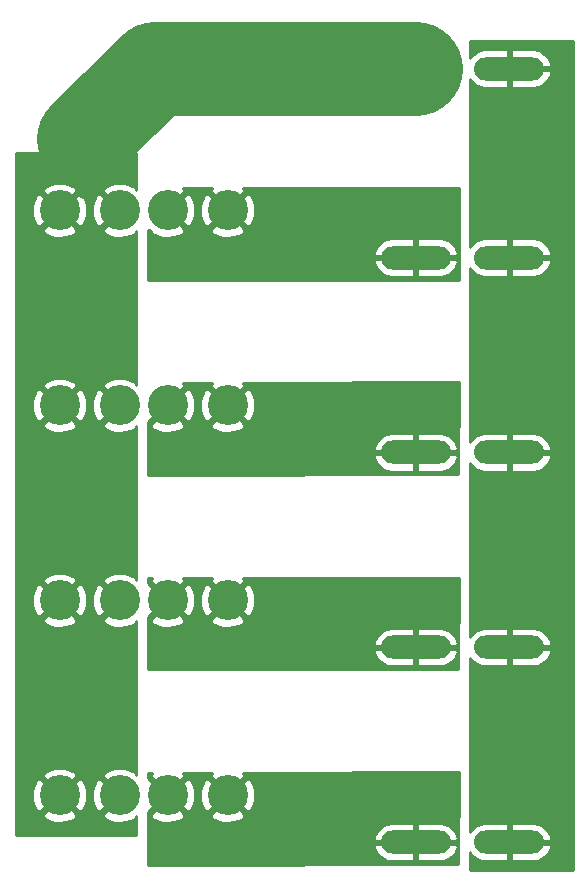
<source format=gbr>
G04 #@! TF.GenerationSoftware,KiCad,Pcbnew,5.1.5-52549c5~84~ubuntu18.04.1*
G04 #@! TF.CreationDate,2020-02-24T22:59:15-07:00*
G04 #@! TF.ProjectId,anderson_fuse_board,616e6465-7273-46f6-9e5f-667573655f62,rev?*
G04 #@! TF.SameCoordinates,Original*
G04 #@! TF.FileFunction,Copper,L1,Top*
G04 #@! TF.FilePolarity,Positive*
%FSLAX46Y46*%
G04 Gerber Fmt 4.6, Leading zero omitted, Abs format (unit mm)*
G04 Created by KiCad (PCBNEW 5.1.5-52549c5~84~ubuntu18.04.1) date 2020-02-24 22:59:15*
%MOMM*%
%LPD*%
G04 APERTURE LIST*
%ADD10O,5.930000X1.970000*%
%ADD11C,3.400000*%
%ADD12C,8.000000*%
%ADD13C,1.000000*%
%ADD14C,0.254000*%
G04 APERTURE END LIST*
D10*
X115950000Y-138500000D03*
X108050000Y-138500000D03*
X115950000Y-122000000D03*
X108050000Y-122000000D03*
X115950000Y-105500000D03*
X108050000Y-105500000D03*
X115950000Y-89000000D03*
X108050000Y-89000000D03*
X115950000Y-73000000D03*
X108050000Y-73000000D03*
D11*
X92110000Y-134530000D03*
X77890000Y-134530000D03*
X87030000Y-134530000D03*
X82970000Y-134530000D03*
X92110000Y-118020000D03*
X77890000Y-118020000D03*
X87030000Y-118020000D03*
X82970000Y-118020000D03*
X92110000Y-101510000D03*
X77890000Y-101510000D03*
X87030000Y-101510000D03*
X82970000Y-101510000D03*
X92110000Y-85000000D03*
X77890000Y-85000000D03*
X87030000Y-85000000D03*
X82970000Y-85000000D03*
D12*
X108050000Y-73000000D02*
X86000000Y-73000000D01*
X86000000Y-73000000D02*
X80000000Y-79000000D01*
D13*
X80000000Y-79000000D02*
X80000000Y-83500000D01*
D14*
G36*
X84373000Y-83270021D02*
G01*
X84244352Y-83029940D01*
X83835526Y-82819180D01*
X83393438Y-82692228D01*
X82935078Y-82653963D01*
X82478060Y-82705854D01*
X82039947Y-82845908D01*
X81695648Y-83029940D01*
X81515582Y-83365977D01*
X82970000Y-84820395D01*
X82984143Y-84806253D01*
X83163748Y-84985858D01*
X83149605Y-85000000D01*
X83163748Y-85014143D01*
X82984143Y-85193748D01*
X82970000Y-85179605D01*
X81515582Y-86634023D01*
X81695648Y-86970060D01*
X82104474Y-87180820D01*
X82546562Y-87307772D01*
X83004922Y-87346037D01*
X83461940Y-87294146D01*
X83900053Y-87154092D01*
X84244352Y-86970060D01*
X84373000Y-86729979D01*
X84373000Y-99780021D01*
X84244352Y-99539940D01*
X83835526Y-99329180D01*
X83393438Y-99202228D01*
X82935078Y-99163963D01*
X82478060Y-99215854D01*
X82039947Y-99355908D01*
X81695648Y-99539940D01*
X81515582Y-99875977D01*
X82970000Y-101330395D01*
X82984143Y-101316253D01*
X83163748Y-101495858D01*
X83149605Y-101510000D01*
X83163748Y-101524143D01*
X82984143Y-101703748D01*
X82970000Y-101689605D01*
X81515582Y-103144023D01*
X81695648Y-103480060D01*
X82104474Y-103690820D01*
X82546562Y-103817772D01*
X83004922Y-103856037D01*
X83461940Y-103804146D01*
X83900053Y-103664092D01*
X84244352Y-103480060D01*
X84373000Y-103239979D01*
X84373000Y-116290021D01*
X84244352Y-116049940D01*
X83835526Y-115839180D01*
X83393438Y-115712228D01*
X82935078Y-115673963D01*
X82478060Y-115725854D01*
X82039947Y-115865908D01*
X81695648Y-116049940D01*
X81515582Y-116385977D01*
X82970000Y-117840395D01*
X82984143Y-117826253D01*
X83163748Y-118005858D01*
X83149605Y-118020000D01*
X83163748Y-118034143D01*
X82984143Y-118213748D01*
X82970000Y-118199605D01*
X81515582Y-119654023D01*
X81695648Y-119990060D01*
X82104474Y-120200820D01*
X82546562Y-120327772D01*
X83004922Y-120366037D01*
X83461940Y-120314146D01*
X83900053Y-120174092D01*
X84244352Y-119990060D01*
X84373000Y-119749979D01*
X84373000Y-132800021D01*
X84244352Y-132559940D01*
X83835526Y-132349180D01*
X83393438Y-132222228D01*
X82935078Y-132183963D01*
X82478060Y-132235854D01*
X82039947Y-132375908D01*
X81695648Y-132559940D01*
X81515582Y-132895977D01*
X82970000Y-134350395D01*
X82984143Y-134336253D01*
X83163748Y-134515858D01*
X83149605Y-134530000D01*
X83163748Y-134544143D01*
X82984143Y-134723748D01*
X82970000Y-134709605D01*
X81515582Y-136164023D01*
X81695648Y-136500060D01*
X82104474Y-136710820D01*
X82546562Y-136837772D01*
X83004922Y-136876037D01*
X83461940Y-136824146D01*
X83900053Y-136684092D01*
X84244352Y-136500060D01*
X84373000Y-136259979D01*
X84373000Y-137873000D01*
X74160000Y-137873000D01*
X74160000Y-136164023D01*
X76435582Y-136164023D01*
X76615648Y-136500060D01*
X77024474Y-136710820D01*
X77466562Y-136837772D01*
X77924922Y-136876037D01*
X78381940Y-136824146D01*
X78820053Y-136684092D01*
X79164352Y-136500060D01*
X79344418Y-136164023D01*
X77890000Y-134709605D01*
X76435582Y-136164023D01*
X74160000Y-136164023D01*
X74160000Y-134564922D01*
X75543963Y-134564922D01*
X75595854Y-135021940D01*
X75735908Y-135460053D01*
X75919940Y-135804352D01*
X76255977Y-135984418D01*
X77710395Y-134530000D01*
X78069605Y-134530000D01*
X79524023Y-135984418D01*
X79860060Y-135804352D01*
X80070820Y-135395526D01*
X80197772Y-134953438D01*
X80230206Y-134564922D01*
X80623963Y-134564922D01*
X80675854Y-135021940D01*
X80815908Y-135460053D01*
X80999940Y-135804352D01*
X81335977Y-135984418D01*
X82790395Y-134530000D01*
X81335977Y-133075582D01*
X80999940Y-133255648D01*
X80789180Y-133664474D01*
X80662228Y-134106562D01*
X80623963Y-134564922D01*
X80230206Y-134564922D01*
X80236037Y-134495078D01*
X80184146Y-134038060D01*
X80044092Y-133599947D01*
X79860060Y-133255648D01*
X79524023Y-133075582D01*
X78069605Y-134530000D01*
X77710395Y-134530000D01*
X76255977Y-133075582D01*
X75919940Y-133255648D01*
X75709180Y-133664474D01*
X75582228Y-134106562D01*
X75543963Y-134564922D01*
X74160000Y-134564922D01*
X74160000Y-132895977D01*
X76435582Y-132895977D01*
X77890000Y-134350395D01*
X79344418Y-132895977D01*
X79164352Y-132559940D01*
X78755526Y-132349180D01*
X78313438Y-132222228D01*
X77855078Y-132183963D01*
X77398060Y-132235854D01*
X76959947Y-132375908D01*
X76615648Y-132559940D01*
X76435582Y-132895977D01*
X74160000Y-132895977D01*
X74160000Y-119654023D01*
X76435582Y-119654023D01*
X76615648Y-119990060D01*
X77024474Y-120200820D01*
X77466562Y-120327772D01*
X77924922Y-120366037D01*
X78381940Y-120314146D01*
X78820053Y-120174092D01*
X79164352Y-119990060D01*
X79344418Y-119654023D01*
X77890000Y-118199605D01*
X76435582Y-119654023D01*
X74160000Y-119654023D01*
X74160000Y-118054922D01*
X75543963Y-118054922D01*
X75595854Y-118511940D01*
X75735908Y-118950053D01*
X75919940Y-119294352D01*
X76255977Y-119474418D01*
X77710395Y-118020000D01*
X78069605Y-118020000D01*
X79524023Y-119474418D01*
X79860060Y-119294352D01*
X80070820Y-118885526D01*
X80197772Y-118443438D01*
X80230206Y-118054922D01*
X80623963Y-118054922D01*
X80675854Y-118511940D01*
X80815908Y-118950053D01*
X80999940Y-119294352D01*
X81335977Y-119474418D01*
X82790395Y-118020000D01*
X81335977Y-116565582D01*
X80999940Y-116745648D01*
X80789180Y-117154474D01*
X80662228Y-117596562D01*
X80623963Y-118054922D01*
X80230206Y-118054922D01*
X80236037Y-117985078D01*
X80184146Y-117528060D01*
X80044092Y-117089947D01*
X79860060Y-116745648D01*
X79524023Y-116565582D01*
X78069605Y-118020000D01*
X77710395Y-118020000D01*
X76255977Y-116565582D01*
X75919940Y-116745648D01*
X75709180Y-117154474D01*
X75582228Y-117596562D01*
X75543963Y-118054922D01*
X74160000Y-118054922D01*
X74160000Y-116385977D01*
X76435582Y-116385977D01*
X77890000Y-117840395D01*
X79344418Y-116385977D01*
X79164352Y-116049940D01*
X78755526Y-115839180D01*
X78313438Y-115712228D01*
X77855078Y-115673963D01*
X77398060Y-115725854D01*
X76959947Y-115865908D01*
X76615648Y-116049940D01*
X76435582Y-116385977D01*
X74160000Y-116385977D01*
X74160000Y-103144023D01*
X76435582Y-103144023D01*
X76615648Y-103480060D01*
X77024474Y-103690820D01*
X77466562Y-103817772D01*
X77924922Y-103856037D01*
X78381940Y-103804146D01*
X78820053Y-103664092D01*
X79164352Y-103480060D01*
X79344418Y-103144023D01*
X77890000Y-101689605D01*
X76435582Y-103144023D01*
X74160000Y-103144023D01*
X74160000Y-101544922D01*
X75543963Y-101544922D01*
X75595854Y-102001940D01*
X75735908Y-102440053D01*
X75919940Y-102784352D01*
X76255977Y-102964418D01*
X77710395Y-101510000D01*
X78069605Y-101510000D01*
X79524023Y-102964418D01*
X79860060Y-102784352D01*
X80070820Y-102375526D01*
X80197772Y-101933438D01*
X80230206Y-101544922D01*
X80623963Y-101544922D01*
X80675854Y-102001940D01*
X80815908Y-102440053D01*
X80999940Y-102784352D01*
X81335977Y-102964418D01*
X82790395Y-101510000D01*
X81335977Y-100055582D01*
X80999940Y-100235648D01*
X80789180Y-100644474D01*
X80662228Y-101086562D01*
X80623963Y-101544922D01*
X80230206Y-101544922D01*
X80236037Y-101475078D01*
X80184146Y-101018060D01*
X80044092Y-100579947D01*
X79860060Y-100235648D01*
X79524023Y-100055582D01*
X78069605Y-101510000D01*
X77710395Y-101510000D01*
X76255977Y-100055582D01*
X75919940Y-100235648D01*
X75709180Y-100644474D01*
X75582228Y-101086562D01*
X75543963Y-101544922D01*
X74160000Y-101544922D01*
X74160000Y-99875977D01*
X76435582Y-99875977D01*
X77890000Y-101330395D01*
X79344418Y-99875977D01*
X79164352Y-99539940D01*
X78755526Y-99329180D01*
X78313438Y-99202228D01*
X77855078Y-99163963D01*
X77398060Y-99215854D01*
X76959947Y-99355908D01*
X76615648Y-99539940D01*
X76435582Y-99875977D01*
X74160000Y-99875977D01*
X74160000Y-86634023D01*
X76435582Y-86634023D01*
X76615648Y-86970060D01*
X77024474Y-87180820D01*
X77466562Y-87307772D01*
X77924922Y-87346037D01*
X78381940Y-87294146D01*
X78820053Y-87154092D01*
X79164352Y-86970060D01*
X79344418Y-86634023D01*
X77890000Y-85179605D01*
X76435582Y-86634023D01*
X74160000Y-86634023D01*
X74160000Y-85034922D01*
X75543963Y-85034922D01*
X75595854Y-85491940D01*
X75735908Y-85930053D01*
X75919940Y-86274352D01*
X76255977Y-86454418D01*
X77710395Y-85000000D01*
X78069605Y-85000000D01*
X79524023Y-86454418D01*
X79860060Y-86274352D01*
X80070820Y-85865526D01*
X80197772Y-85423438D01*
X80230206Y-85034922D01*
X80623963Y-85034922D01*
X80675854Y-85491940D01*
X80815908Y-85930053D01*
X80999940Y-86274352D01*
X81335977Y-86454418D01*
X82790395Y-85000000D01*
X81335977Y-83545582D01*
X80999940Y-83725648D01*
X80789180Y-84134474D01*
X80662228Y-84576562D01*
X80623963Y-85034922D01*
X80230206Y-85034922D01*
X80236037Y-84965078D01*
X80184146Y-84508060D01*
X80044092Y-84069947D01*
X79860060Y-83725648D01*
X79524023Y-83545582D01*
X78069605Y-85000000D01*
X77710395Y-85000000D01*
X76255977Y-83545582D01*
X75919940Y-83725648D01*
X75709180Y-84134474D01*
X75582228Y-84576562D01*
X75543963Y-85034922D01*
X74160000Y-85034922D01*
X74160000Y-83365977D01*
X76435582Y-83365977D01*
X77890000Y-84820395D01*
X79344418Y-83365977D01*
X79164352Y-83029940D01*
X78755526Y-82819180D01*
X78313438Y-82692228D01*
X77855078Y-82653963D01*
X77398060Y-82705854D01*
X76959947Y-82845908D01*
X76615648Y-83029940D01*
X76435582Y-83365977D01*
X74160000Y-83365977D01*
X74160000Y-80127000D01*
X84373000Y-80127000D01*
X84373000Y-83270021D01*
G37*
X84373000Y-83270021D02*
X84244352Y-83029940D01*
X83835526Y-82819180D01*
X83393438Y-82692228D01*
X82935078Y-82653963D01*
X82478060Y-82705854D01*
X82039947Y-82845908D01*
X81695648Y-83029940D01*
X81515582Y-83365977D01*
X82970000Y-84820395D01*
X82984143Y-84806253D01*
X83163748Y-84985858D01*
X83149605Y-85000000D01*
X83163748Y-85014143D01*
X82984143Y-85193748D01*
X82970000Y-85179605D01*
X81515582Y-86634023D01*
X81695648Y-86970060D01*
X82104474Y-87180820D01*
X82546562Y-87307772D01*
X83004922Y-87346037D01*
X83461940Y-87294146D01*
X83900053Y-87154092D01*
X84244352Y-86970060D01*
X84373000Y-86729979D01*
X84373000Y-99780021D01*
X84244352Y-99539940D01*
X83835526Y-99329180D01*
X83393438Y-99202228D01*
X82935078Y-99163963D01*
X82478060Y-99215854D01*
X82039947Y-99355908D01*
X81695648Y-99539940D01*
X81515582Y-99875977D01*
X82970000Y-101330395D01*
X82984143Y-101316253D01*
X83163748Y-101495858D01*
X83149605Y-101510000D01*
X83163748Y-101524143D01*
X82984143Y-101703748D01*
X82970000Y-101689605D01*
X81515582Y-103144023D01*
X81695648Y-103480060D01*
X82104474Y-103690820D01*
X82546562Y-103817772D01*
X83004922Y-103856037D01*
X83461940Y-103804146D01*
X83900053Y-103664092D01*
X84244352Y-103480060D01*
X84373000Y-103239979D01*
X84373000Y-116290021D01*
X84244352Y-116049940D01*
X83835526Y-115839180D01*
X83393438Y-115712228D01*
X82935078Y-115673963D01*
X82478060Y-115725854D01*
X82039947Y-115865908D01*
X81695648Y-116049940D01*
X81515582Y-116385977D01*
X82970000Y-117840395D01*
X82984143Y-117826253D01*
X83163748Y-118005858D01*
X83149605Y-118020000D01*
X83163748Y-118034143D01*
X82984143Y-118213748D01*
X82970000Y-118199605D01*
X81515582Y-119654023D01*
X81695648Y-119990060D01*
X82104474Y-120200820D01*
X82546562Y-120327772D01*
X83004922Y-120366037D01*
X83461940Y-120314146D01*
X83900053Y-120174092D01*
X84244352Y-119990060D01*
X84373000Y-119749979D01*
X84373000Y-132800021D01*
X84244352Y-132559940D01*
X83835526Y-132349180D01*
X83393438Y-132222228D01*
X82935078Y-132183963D01*
X82478060Y-132235854D01*
X82039947Y-132375908D01*
X81695648Y-132559940D01*
X81515582Y-132895977D01*
X82970000Y-134350395D01*
X82984143Y-134336253D01*
X83163748Y-134515858D01*
X83149605Y-134530000D01*
X83163748Y-134544143D01*
X82984143Y-134723748D01*
X82970000Y-134709605D01*
X81515582Y-136164023D01*
X81695648Y-136500060D01*
X82104474Y-136710820D01*
X82546562Y-136837772D01*
X83004922Y-136876037D01*
X83461940Y-136824146D01*
X83900053Y-136684092D01*
X84244352Y-136500060D01*
X84373000Y-136259979D01*
X84373000Y-137873000D01*
X74160000Y-137873000D01*
X74160000Y-136164023D01*
X76435582Y-136164023D01*
X76615648Y-136500060D01*
X77024474Y-136710820D01*
X77466562Y-136837772D01*
X77924922Y-136876037D01*
X78381940Y-136824146D01*
X78820053Y-136684092D01*
X79164352Y-136500060D01*
X79344418Y-136164023D01*
X77890000Y-134709605D01*
X76435582Y-136164023D01*
X74160000Y-136164023D01*
X74160000Y-134564922D01*
X75543963Y-134564922D01*
X75595854Y-135021940D01*
X75735908Y-135460053D01*
X75919940Y-135804352D01*
X76255977Y-135984418D01*
X77710395Y-134530000D01*
X78069605Y-134530000D01*
X79524023Y-135984418D01*
X79860060Y-135804352D01*
X80070820Y-135395526D01*
X80197772Y-134953438D01*
X80230206Y-134564922D01*
X80623963Y-134564922D01*
X80675854Y-135021940D01*
X80815908Y-135460053D01*
X80999940Y-135804352D01*
X81335977Y-135984418D01*
X82790395Y-134530000D01*
X81335977Y-133075582D01*
X80999940Y-133255648D01*
X80789180Y-133664474D01*
X80662228Y-134106562D01*
X80623963Y-134564922D01*
X80230206Y-134564922D01*
X80236037Y-134495078D01*
X80184146Y-134038060D01*
X80044092Y-133599947D01*
X79860060Y-133255648D01*
X79524023Y-133075582D01*
X78069605Y-134530000D01*
X77710395Y-134530000D01*
X76255977Y-133075582D01*
X75919940Y-133255648D01*
X75709180Y-133664474D01*
X75582228Y-134106562D01*
X75543963Y-134564922D01*
X74160000Y-134564922D01*
X74160000Y-132895977D01*
X76435582Y-132895977D01*
X77890000Y-134350395D01*
X79344418Y-132895977D01*
X79164352Y-132559940D01*
X78755526Y-132349180D01*
X78313438Y-132222228D01*
X77855078Y-132183963D01*
X77398060Y-132235854D01*
X76959947Y-132375908D01*
X76615648Y-132559940D01*
X76435582Y-132895977D01*
X74160000Y-132895977D01*
X74160000Y-119654023D01*
X76435582Y-119654023D01*
X76615648Y-119990060D01*
X77024474Y-120200820D01*
X77466562Y-120327772D01*
X77924922Y-120366037D01*
X78381940Y-120314146D01*
X78820053Y-120174092D01*
X79164352Y-119990060D01*
X79344418Y-119654023D01*
X77890000Y-118199605D01*
X76435582Y-119654023D01*
X74160000Y-119654023D01*
X74160000Y-118054922D01*
X75543963Y-118054922D01*
X75595854Y-118511940D01*
X75735908Y-118950053D01*
X75919940Y-119294352D01*
X76255977Y-119474418D01*
X77710395Y-118020000D01*
X78069605Y-118020000D01*
X79524023Y-119474418D01*
X79860060Y-119294352D01*
X80070820Y-118885526D01*
X80197772Y-118443438D01*
X80230206Y-118054922D01*
X80623963Y-118054922D01*
X80675854Y-118511940D01*
X80815908Y-118950053D01*
X80999940Y-119294352D01*
X81335977Y-119474418D01*
X82790395Y-118020000D01*
X81335977Y-116565582D01*
X80999940Y-116745648D01*
X80789180Y-117154474D01*
X80662228Y-117596562D01*
X80623963Y-118054922D01*
X80230206Y-118054922D01*
X80236037Y-117985078D01*
X80184146Y-117528060D01*
X80044092Y-117089947D01*
X79860060Y-116745648D01*
X79524023Y-116565582D01*
X78069605Y-118020000D01*
X77710395Y-118020000D01*
X76255977Y-116565582D01*
X75919940Y-116745648D01*
X75709180Y-117154474D01*
X75582228Y-117596562D01*
X75543963Y-118054922D01*
X74160000Y-118054922D01*
X74160000Y-116385977D01*
X76435582Y-116385977D01*
X77890000Y-117840395D01*
X79344418Y-116385977D01*
X79164352Y-116049940D01*
X78755526Y-115839180D01*
X78313438Y-115712228D01*
X77855078Y-115673963D01*
X77398060Y-115725854D01*
X76959947Y-115865908D01*
X76615648Y-116049940D01*
X76435582Y-116385977D01*
X74160000Y-116385977D01*
X74160000Y-103144023D01*
X76435582Y-103144023D01*
X76615648Y-103480060D01*
X77024474Y-103690820D01*
X77466562Y-103817772D01*
X77924922Y-103856037D01*
X78381940Y-103804146D01*
X78820053Y-103664092D01*
X79164352Y-103480060D01*
X79344418Y-103144023D01*
X77890000Y-101689605D01*
X76435582Y-103144023D01*
X74160000Y-103144023D01*
X74160000Y-101544922D01*
X75543963Y-101544922D01*
X75595854Y-102001940D01*
X75735908Y-102440053D01*
X75919940Y-102784352D01*
X76255977Y-102964418D01*
X77710395Y-101510000D01*
X78069605Y-101510000D01*
X79524023Y-102964418D01*
X79860060Y-102784352D01*
X80070820Y-102375526D01*
X80197772Y-101933438D01*
X80230206Y-101544922D01*
X80623963Y-101544922D01*
X80675854Y-102001940D01*
X80815908Y-102440053D01*
X80999940Y-102784352D01*
X81335977Y-102964418D01*
X82790395Y-101510000D01*
X81335977Y-100055582D01*
X80999940Y-100235648D01*
X80789180Y-100644474D01*
X80662228Y-101086562D01*
X80623963Y-101544922D01*
X80230206Y-101544922D01*
X80236037Y-101475078D01*
X80184146Y-101018060D01*
X80044092Y-100579947D01*
X79860060Y-100235648D01*
X79524023Y-100055582D01*
X78069605Y-101510000D01*
X77710395Y-101510000D01*
X76255977Y-100055582D01*
X75919940Y-100235648D01*
X75709180Y-100644474D01*
X75582228Y-101086562D01*
X75543963Y-101544922D01*
X74160000Y-101544922D01*
X74160000Y-99875977D01*
X76435582Y-99875977D01*
X77890000Y-101330395D01*
X79344418Y-99875977D01*
X79164352Y-99539940D01*
X78755526Y-99329180D01*
X78313438Y-99202228D01*
X77855078Y-99163963D01*
X77398060Y-99215854D01*
X76959947Y-99355908D01*
X76615648Y-99539940D01*
X76435582Y-99875977D01*
X74160000Y-99875977D01*
X74160000Y-86634023D01*
X76435582Y-86634023D01*
X76615648Y-86970060D01*
X77024474Y-87180820D01*
X77466562Y-87307772D01*
X77924922Y-87346037D01*
X78381940Y-87294146D01*
X78820053Y-87154092D01*
X79164352Y-86970060D01*
X79344418Y-86634023D01*
X77890000Y-85179605D01*
X76435582Y-86634023D01*
X74160000Y-86634023D01*
X74160000Y-85034922D01*
X75543963Y-85034922D01*
X75595854Y-85491940D01*
X75735908Y-85930053D01*
X75919940Y-86274352D01*
X76255977Y-86454418D01*
X77710395Y-85000000D01*
X78069605Y-85000000D01*
X79524023Y-86454418D01*
X79860060Y-86274352D01*
X80070820Y-85865526D01*
X80197772Y-85423438D01*
X80230206Y-85034922D01*
X80623963Y-85034922D01*
X80675854Y-85491940D01*
X80815908Y-85930053D01*
X80999940Y-86274352D01*
X81335977Y-86454418D01*
X82790395Y-85000000D01*
X81335977Y-83545582D01*
X80999940Y-83725648D01*
X80789180Y-84134474D01*
X80662228Y-84576562D01*
X80623963Y-85034922D01*
X80230206Y-85034922D01*
X80236037Y-84965078D01*
X80184146Y-84508060D01*
X80044092Y-84069947D01*
X79860060Y-83725648D01*
X79524023Y-83545582D01*
X78069605Y-85000000D01*
X77710395Y-85000000D01*
X76255977Y-83545582D01*
X75919940Y-83725648D01*
X75709180Y-84134474D01*
X75582228Y-84576562D01*
X75543963Y-85034922D01*
X74160000Y-85034922D01*
X74160000Y-83365977D01*
X76435582Y-83365977D01*
X77890000Y-84820395D01*
X79344418Y-83365977D01*
X79164352Y-83029940D01*
X78755526Y-82819180D01*
X78313438Y-82692228D01*
X77855078Y-82653963D01*
X77398060Y-82705854D01*
X76959947Y-82845908D01*
X76615648Y-83029940D01*
X76435582Y-83365977D01*
X74160000Y-83365977D01*
X74160000Y-80127000D01*
X84373000Y-80127000D01*
X84373000Y-83270021D01*
G36*
X90655582Y-83365977D02*
G01*
X92110000Y-84820395D01*
X93564418Y-83365977D01*
X93436362Y-83127000D01*
X111673000Y-83127000D01*
X111673000Y-90873000D01*
X85377000Y-90873000D01*
X85377000Y-89378080D01*
X104494737Y-89378080D01*
X104524714Y-89502614D01*
X104652461Y-89794427D01*
X104834684Y-90055710D01*
X105064379Y-90276423D01*
X105332720Y-90448084D01*
X105629394Y-90564096D01*
X105943000Y-90620000D01*
X107923000Y-90620000D01*
X107923000Y-89127000D01*
X108177000Y-89127000D01*
X108177000Y-90620000D01*
X110157000Y-90620000D01*
X110470606Y-90564096D01*
X110767280Y-90448084D01*
X111035621Y-90276423D01*
X111265316Y-90055710D01*
X111447539Y-89794427D01*
X111575286Y-89502614D01*
X111605263Y-89378080D01*
X111485721Y-89127000D01*
X108177000Y-89127000D01*
X107923000Y-89127000D01*
X104614279Y-89127000D01*
X104494737Y-89378080D01*
X85377000Y-89378080D01*
X85377000Y-88621920D01*
X104494737Y-88621920D01*
X104614279Y-88873000D01*
X107923000Y-88873000D01*
X107923000Y-87380000D01*
X108177000Y-87380000D01*
X108177000Y-88873000D01*
X111485721Y-88873000D01*
X111605263Y-88621920D01*
X111575286Y-88497386D01*
X111447539Y-88205573D01*
X111265316Y-87944290D01*
X111035621Y-87723577D01*
X110767280Y-87551916D01*
X110470606Y-87435904D01*
X110157000Y-87380000D01*
X108177000Y-87380000D01*
X107923000Y-87380000D01*
X105943000Y-87380000D01*
X105629394Y-87435904D01*
X105332720Y-87551916D01*
X105064379Y-87723577D01*
X104834684Y-87944290D01*
X104652461Y-88205573D01*
X104524714Y-88497386D01*
X104494737Y-88621920D01*
X85377000Y-88621920D01*
X85377000Y-86664298D01*
X85461155Y-86748453D01*
X85575583Y-86634025D01*
X85755648Y-86970060D01*
X86164474Y-87180820D01*
X86606562Y-87307772D01*
X87064922Y-87346037D01*
X87521940Y-87294146D01*
X87960053Y-87154092D01*
X88304352Y-86970060D01*
X88484418Y-86634023D01*
X90655582Y-86634023D01*
X90835648Y-86970060D01*
X91244474Y-87180820D01*
X91686562Y-87307772D01*
X92144922Y-87346037D01*
X92601940Y-87294146D01*
X93040053Y-87154092D01*
X93384352Y-86970060D01*
X93564418Y-86634023D01*
X92110000Y-85179605D01*
X90655582Y-86634023D01*
X88484418Y-86634023D01*
X87030000Y-85179605D01*
X87015858Y-85193748D01*
X86836253Y-85014143D01*
X86850395Y-85000000D01*
X87209605Y-85000000D01*
X88664023Y-86454418D01*
X89000060Y-86274352D01*
X89210820Y-85865526D01*
X89337772Y-85423438D01*
X89370206Y-85034922D01*
X89763963Y-85034922D01*
X89815854Y-85491940D01*
X89955908Y-85930053D01*
X90139940Y-86274352D01*
X90475977Y-86454418D01*
X91930395Y-85000000D01*
X92289605Y-85000000D01*
X93744023Y-86454418D01*
X94080060Y-86274352D01*
X94290820Y-85865526D01*
X94417772Y-85423438D01*
X94456037Y-84965078D01*
X94404146Y-84508060D01*
X94264092Y-84069947D01*
X94080060Y-83725648D01*
X93744023Y-83545582D01*
X92289605Y-85000000D01*
X91930395Y-85000000D01*
X90475977Y-83545582D01*
X90139940Y-83725648D01*
X89929180Y-84134474D01*
X89802228Y-84576562D01*
X89763963Y-85034922D01*
X89370206Y-85034922D01*
X89376037Y-84965078D01*
X89324146Y-84508060D01*
X89184092Y-84069947D01*
X89000060Y-83725648D01*
X88664023Y-83545582D01*
X87209605Y-85000000D01*
X86850395Y-85000000D01*
X86836253Y-84985858D01*
X87015858Y-84806253D01*
X87030000Y-84820395D01*
X88484418Y-83365977D01*
X88356362Y-83127000D01*
X90783638Y-83127000D01*
X90655582Y-83365977D01*
G37*
X90655582Y-83365977D02*
X92110000Y-84820395D01*
X93564418Y-83365977D01*
X93436362Y-83127000D01*
X111673000Y-83127000D01*
X111673000Y-90873000D01*
X85377000Y-90873000D01*
X85377000Y-89378080D01*
X104494737Y-89378080D01*
X104524714Y-89502614D01*
X104652461Y-89794427D01*
X104834684Y-90055710D01*
X105064379Y-90276423D01*
X105332720Y-90448084D01*
X105629394Y-90564096D01*
X105943000Y-90620000D01*
X107923000Y-90620000D01*
X107923000Y-89127000D01*
X108177000Y-89127000D01*
X108177000Y-90620000D01*
X110157000Y-90620000D01*
X110470606Y-90564096D01*
X110767280Y-90448084D01*
X111035621Y-90276423D01*
X111265316Y-90055710D01*
X111447539Y-89794427D01*
X111575286Y-89502614D01*
X111605263Y-89378080D01*
X111485721Y-89127000D01*
X108177000Y-89127000D01*
X107923000Y-89127000D01*
X104614279Y-89127000D01*
X104494737Y-89378080D01*
X85377000Y-89378080D01*
X85377000Y-88621920D01*
X104494737Y-88621920D01*
X104614279Y-88873000D01*
X107923000Y-88873000D01*
X107923000Y-87380000D01*
X108177000Y-87380000D01*
X108177000Y-88873000D01*
X111485721Y-88873000D01*
X111605263Y-88621920D01*
X111575286Y-88497386D01*
X111447539Y-88205573D01*
X111265316Y-87944290D01*
X111035621Y-87723577D01*
X110767280Y-87551916D01*
X110470606Y-87435904D01*
X110157000Y-87380000D01*
X108177000Y-87380000D01*
X107923000Y-87380000D01*
X105943000Y-87380000D01*
X105629394Y-87435904D01*
X105332720Y-87551916D01*
X105064379Y-87723577D01*
X104834684Y-87944290D01*
X104652461Y-88205573D01*
X104524714Y-88497386D01*
X104494737Y-88621920D01*
X85377000Y-88621920D01*
X85377000Y-86664298D01*
X85461155Y-86748453D01*
X85575583Y-86634025D01*
X85755648Y-86970060D01*
X86164474Y-87180820D01*
X86606562Y-87307772D01*
X87064922Y-87346037D01*
X87521940Y-87294146D01*
X87960053Y-87154092D01*
X88304352Y-86970060D01*
X88484418Y-86634023D01*
X90655582Y-86634023D01*
X90835648Y-86970060D01*
X91244474Y-87180820D01*
X91686562Y-87307772D01*
X92144922Y-87346037D01*
X92601940Y-87294146D01*
X93040053Y-87154092D01*
X93384352Y-86970060D01*
X93564418Y-86634023D01*
X92110000Y-85179605D01*
X90655582Y-86634023D01*
X88484418Y-86634023D01*
X87030000Y-85179605D01*
X87015858Y-85193748D01*
X86836253Y-85014143D01*
X86850395Y-85000000D01*
X87209605Y-85000000D01*
X88664023Y-86454418D01*
X89000060Y-86274352D01*
X89210820Y-85865526D01*
X89337772Y-85423438D01*
X89370206Y-85034922D01*
X89763963Y-85034922D01*
X89815854Y-85491940D01*
X89955908Y-85930053D01*
X90139940Y-86274352D01*
X90475977Y-86454418D01*
X91930395Y-85000000D01*
X92289605Y-85000000D01*
X93744023Y-86454418D01*
X94080060Y-86274352D01*
X94290820Y-85865526D01*
X94417772Y-85423438D01*
X94456037Y-84965078D01*
X94404146Y-84508060D01*
X94264092Y-84069947D01*
X94080060Y-83725648D01*
X93744023Y-83545582D01*
X92289605Y-85000000D01*
X91930395Y-85000000D01*
X90475977Y-83545582D01*
X90139940Y-83725648D01*
X89929180Y-84134474D01*
X89802228Y-84576562D01*
X89763963Y-85034922D01*
X89370206Y-85034922D01*
X89376037Y-84965078D01*
X89324146Y-84508060D01*
X89184092Y-84069947D01*
X89000060Y-83725648D01*
X88664023Y-83545582D01*
X87209605Y-85000000D01*
X86850395Y-85000000D01*
X86836253Y-84985858D01*
X87015858Y-84806253D01*
X87030000Y-84820395D01*
X88484418Y-83365977D01*
X88356362Y-83127000D01*
X90783638Y-83127000D01*
X90655582Y-83365977D01*
G36*
X121340000Y-140873000D02*
G01*
X112602045Y-140873000D01*
X112602579Y-139366290D01*
X112734684Y-139555710D01*
X112964379Y-139776423D01*
X113232720Y-139948084D01*
X113529394Y-140064096D01*
X113843000Y-140120000D01*
X115823000Y-140120000D01*
X115823000Y-138627000D01*
X116077000Y-138627000D01*
X116077000Y-140120000D01*
X118057000Y-140120000D01*
X118370606Y-140064096D01*
X118667280Y-139948084D01*
X118935621Y-139776423D01*
X119165316Y-139555710D01*
X119347539Y-139294427D01*
X119475286Y-139002614D01*
X119505263Y-138878080D01*
X119385721Y-138627000D01*
X116077000Y-138627000D01*
X115823000Y-138627000D01*
X115803000Y-138627000D01*
X115803000Y-138373000D01*
X115823000Y-138373000D01*
X115823000Y-136880000D01*
X116077000Y-136880000D01*
X116077000Y-138373000D01*
X119385721Y-138373000D01*
X119505263Y-138121920D01*
X119475286Y-137997386D01*
X119347539Y-137705573D01*
X119165316Y-137444290D01*
X118935621Y-137223577D01*
X118667280Y-137051916D01*
X118370606Y-136935904D01*
X118057000Y-136880000D01*
X116077000Y-136880000D01*
X115823000Y-136880000D01*
X113843000Y-136880000D01*
X113529394Y-136935904D01*
X113232720Y-137051916D01*
X112964379Y-137223577D01*
X112734684Y-137444290D01*
X112603194Y-137632829D01*
X112608427Y-122874675D01*
X112734684Y-123055710D01*
X112964379Y-123276423D01*
X113232720Y-123448084D01*
X113529394Y-123564096D01*
X113843000Y-123620000D01*
X115823000Y-123620000D01*
X115823000Y-122127000D01*
X116077000Y-122127000D01*
X116077000Y-123620000D01*
X118057000Y-123620000D01*
X118370606Y-123564096D01*
X118667280Y-123448084D01*
X118935621Y-123276423D01*
X119165316Y-123055710D01*
X119347539Y-122794427D01*
X119475286Y-122502614D01*
X119505263Y-122378080D01*
X119385721Y-122127000D01*
X116077000Y-122127000D01*
X115823000Y-122127000D01*
X115803000Y-122127000D01*
X115803000Y-121873000D01*
X115823000Y-121873000D01*
X115823000Y-120380000D01*
X116077000Y-120380000D01*
X116077000Y-121873000D01*
X119385721Y-121873000D01*
X119505263Y-121621920D01*
X119475286Y-121497386D01*
X119347539Y-121205573D01*
X119165316Y-120944290D01*
X118935621Y-120723577D01*
X118667280Y-120551916D01*
X118370606Y-120435904D01*
X118057000Y-120380000D01*
X116077000Y-120380000D01*
X115823000Y-120380000D01*
X113843000Y-120380000D01*
X113529394Y-120435904D01*
X113232720Y-120551916D01*
X112964379Y-120723577D01*
X112734684Y-120944290D01*
X112609048Y-121124435D01*
X112614276Y-106383061D01*
X112734684Y-106555710D01*
X112964379Y-106776423D01*
X113232720Y-106948084D01*
X113529394Y-107064096D01*
X113843000Y-107120000D01*
X115823000Y-107120000D01*
X115823000Y-105627000D01*
X116077000Y-105627000D01*
X116077000Y-107120000D01*
X118057000Y-107120000D01*
X118370606Y-107064096D01*
X118667280Y-106948084D01*
X118935621Y-106776423D01*
X119165316Y-106555710D01*
X119347539Y-106294427D01*
X119475286Y-106002614D01*
X119505263Y-105878080D01*
X119385721Y-105627000D01*
X116077000Y-105627000D01*
X115823000Y-105627000D01*
X115803000Y-105627000D01*
X115803000Y-105373000D01*
X115823000Y-105373000D01*
X115823000Y-103880000D01*
X116077000Y-103880000D01*
X116077000Y-105373000D01*
X119385721Y-105373000D01*
X119505263Y-105121920D01*
X119475286Y-104997386D01*
X119347539Y-104705573D01*
X119165316Y-104444290D01*
X118935621Y-104223577D01*
X118667280Y-104051916D01*
X118370606Y-103935904D01*
X118057000Y-103880000D01*
X116077000Y-103880000D01*
X115823000Y-103880000D01*
X113843000Y-103880000D01*
X113529394Y-103935904D01*
X113232720Y-104051916D01*
X112964379Y-104223577D01*
X112734684Y-104444290D01*
X112614902Y-104616041D01*
X112620124Y-89891446D01*
X112734684Y-90055710D01*
X112964379Y-90276423D01*
X113232720Y-90448084D01*
X113529394Y-90564096D01*
X113843000Y-90620000D01*
X115823000Y-90620000D01*
X115823000Y-89127000D01*
X116077000Y-89127000D01*
X116077000Y-90620000D01*
X118057000Y-90620000D01*
X118370606Y-90564096D01*
X118667280Y-90448084D01*
X118935621Y-90276423D01*
X119165316Y-90055710D01*
X119347539Y-89794427D01*
X119475286Y-89502614D01*
X119505263Y-89378080D01*
X119385721Y-89127000D01*
X116077000Y-89127000D01*
X115823000Y-89127000D01*
X115803000Y-89127000D01*
X115803000Y-88873000D01*
X115823000Y-88873000D01*
X115823000Y-87380000D01*
X116077000Y-87380000D01*
X116077000Y-88873000D01*
X119385721Y-88873000D01*
X119505263Y-88621920D01*
X119475286Y-88497386D01*
X119347539Y-88205573D01*
X119165316Y-87944290D01*
X118935621Y-87723577D01*
X118667280Y-87551916D01*
X118370606Y-87435904D01*
X118057000Y-87380000D01*
X116077000Y-87380000D01*
X115823000Y-87380000D01*
X113843000Y-87380000D01*
X113529394Y-87435904D01*
X113232720Y-87551916D01*
X112964379Y-87723577D01*
X112734684Y-87944290D01*
X112620756Y-88107647D01*
X112625795Y-73899577D01*
X112734684Y-74055710D01*
X112964379Y-74276423D01*
X113232720Y-74448084D01*
X113529394Y-74564096D01*
X113843000Y-74620000D01*
X115823000Y-74620000D01*
X115823000Y-73127000D01*
X116077000Y-73127000D01*
X116077000Y-74620000D01*
X118057000Y-74620000D01*
X118370606Y-74564096D01*
X118667280Y-74448084D01*
X118935621Y-74276423D01*
X119165316Y-74055710D01*
X119347539Y-73794427D01*
X119475286Y-73502614D01*
X119505263Y-73378080D01*
X119385721Y-73127000D01*
X116077000Y-73127000D01*
X115823000Y-73127000D01*
X115803000Y-73127000D01*
X115803000Y-72873000D01*
X115823000Y-72873000D01*
X115823000Y-71380000D01*
X116077000Y-71380000D01*
X116077000Y-72873000D01*
X119385721Y-72873000D01*
X119505263Y-72621920D01*
X119475286Y-72497386D01*
X119347539Y-72205573D01*
X119165316Y-71944290D01*
X118935621Y-71723577D01*
X118667280Y-71551916D01*
X118370606Y-71435904D01*
X118057000Y-71380000D01*
X116077000Y-71380000D01*
X115823000Y-71380000D01*
X113843000Y-71380000D01*
X113529394Y-71435904D01*
X113232720Y-71551916D01*
X112964379Y-71723577D01*
X112734684Y-71944290D01*
X112626433Y-72099508D01*
X112626955Y-70627000D01*
X121340001Y-70627000D01*
X121340000Y-140873000D01*
G37*
X121340000Y-140873000D02*
X112602045Y-140873000D01*
X112602579Y-139366290D01*
X112734684Y-139555710D01*
X112964379Y-139776423D01*
X113232720Y-139948084D01*
X113529394Y-140064096D01*
X113843000Y-140120000D01*
X115823000Y-140120000D01*
X115823000Y-138627000D01*
X116077000Y-138627000D01*
X116077000Y-140120000D01*
X118057000Y-140120000D01*
X118370606Y-140064096D01*
X118667280Y-139948084D01*
X118935621Y-139776423D01*
X119165316Y-139555710D01*
X119347539Y-139294427D01*
X119475286Y-139002614D01*
X119505263Y-138878080D01*
X119385721Y-138627000D01*
X116077000Y-138627000D01*
X115823000Y-138627000D01*
X115803000Y-138627000D01*
X115803000Y-138373000D01*
X115823000Y-138373000D01*
X115823000Y-136880000D01*
X116077000Y-136880000D01*
X116077000Y-138373000D01*
X119385721Y-138373000D01*
X119505263Y-138121920D01*
X119475286Y-137997386D01*
X119347539Y-137705573D01*
X119165316Y-137444290D01*
X118935621Y-137223577D01*
X118667280Y-137051916D01*
X118370606Y-136935904D01*
X118057000Y-136880000D01*
X116077000Y-136880000D01*
X115823000Y-136880000D01*
X113843000Y-136880000D01*
X113529394Y-136935904D01*
X113232720Y-137051916D01*
X112964379Y-137223577D01*
X112734684Y-137444290D01*
X112603194Y-137632829D01*
X112608427Y-122874675D01*
X112734684Y-123055710D01*
X112964379Y-123276423D01*
X113232720Y-123448084D01*
X113529394Y-123564096D01*
X113843000Y-123620000D01*
X115823000Y-123620000D01*
X115823000Y-122127000D01*
X116077000Y-122127000D01*
X116077000Y-123620000D01*
X118057000Y-123620000D01*
X118370606Y-123564096D01*
X118667280Y-123448084D01*
X118935621Y-123276423D01*
X119165316Y-123055710D01*
X119347539Y-122794427D01*
X119475286Y-122502614D01*
X119505263Y-122378080D01*
X119385721Y-122127000D01*
X116077000Y-122127000D01*
X115823000Y-122127000D01*
X115803000Y-122127000D01*
X115803000Y-121873000D01*
X115823000Y-121873000D01*
X115823000Y-120380000D01*
X116077000Y-120380000D01*
X116077000Y-121873000D01*
X119385721Y-121873000D01*
X119505263Y-121621920D01*
X119475286Y-121497386D01*
X119347539Y-121205573D01*
X119165316Y-120944290D01*
X118935621Y-120723577D01*
X118667280Y-120551916D01*
X118370606Y-120435904D01*
X118057000Y-120380000D01*
X116077000Y-120380000D01*
X115823000Y-120380000D01*
X113843000Y-120380000D01*
X113529394Y-120435904D01*
X113232720Y-120551916D01*
X112964379Y-120723577D01*
X112734684Y-120944290D01*
X112609048Y-121124435D01*
X112614276Y-106383061D01*
X112734684Y-106555710D01*
X112964379Y-106776423D01*
X113232720Y-106948084D01*
X113529394Y-107064096D01*
X113843000Y-107120000D01*
X115823000Y-107120000D01*
X115823000Y-105627000D01*
X116077000Y-105627000D01*
X116077000Y-107120000D01*
X118057000Y-107120000D01*
X118370606Y-107064096D01*
X118667280Y-106948084D01*
X118935621Y-106776423D01*
X119165316Y-106555710D01*
X119347539Y-106294427D01*
X119475286Y-106002614D01*
X119505263Y-105878080D01*
X119385721Y-105627000D01*
X116077000Y-105627000D01*
X115823000Y-105627000D01*
X115803000Y-105627000D01*
X115803000Y-105373000D01*
X115823000Y-105373000D01*
X115823000Y-103880000D01*
X116077000Y-103880000D01*
X116077000Y-105373000D01*
X119385721Y-105373000D01*
X119505263Y-105121920D01*
X119475286Y-104997386D01*
X119347539Y-104705573D01*
X119165316Y-104444290D01*
X118935621Y-104223577D01*
X118667280Y-104051916D01*
X118370606Y-103935904D01*
X118057000Y-103880000D01*
X116077000Y-103880000D01*
X115823000Y-103880000D01*
X113843000Y-103880000D01*
X113529394Y-103935904D01*
X113232720Y-104051916D01*
X112964379Y-104223577D01*
X112734684Y-104444290D01*
X112614902Y-104616041D01*
X112620124Y-89891446D01*
X112734684Y-90055710D01*
X112964379Y-90276423D01*
X113232720Y-90448084D01*
X113529394Y-90564096D01*
X113843000Y-90620000D01*
X115823000Y-90620000D01*
X115823000Y-89127000D01*
X116077000Y-89127000D01*
X116077000Y-90620000D01*
X118057000Y-90620000D01*
X118370606Y-90564096D01*
X118667280Y-90448084D01*
X118935621Y-90276423D01*
X119165316Y-90055710D01*
X119347539Y-89794427D01*
X119475286Y-89502614D01*
X119505263Y-89378080D01*
X119385721Y-89127000D01*
X116077000Y-89127000D01*
X115823000Y-89127000D01*
X115803000Y-89127000D01*
X115803000Y-88873000D01*
X115823000Y-88873000D01*
X115823000Y-87380000D01*
X116077000Y-87380000D01*
X116077000Y-88873000D01*
X119385721Y-88873000D01*
X119505263Y-88621920D01*
X119475286Y-88497386D01*
X119347539Y-88205573D01*
X119165316Y-87944290D01*
X118935621Y-87723577D01*
X118667280Y-87551916D01*
X118370606Y-87435904D01*
X118057000Y-87380000D01*
X116077000Y-87380000D01*
X115823000Y-87380000D01*
X113843000Y-87380000D01*
X113529394Y-87435904D01*
X113232720Y-87551916D01*
X112964379Y-87723577D01*
X112734684Y-87944290D01*
X112620756Y-88107647D01*
X112625795Y-73899577D01*
X112734684Y-74055710D01*
X112964379Y-74276423D01*
X113232720Y-74448084D01*
X113529394Y-74564096D01*
X113843000Y-74620000D01*
X115823000Y-74620000D01*
X115823000Y-73127000D01*
X116077000Y-73127000D01*
X116077000Y-74620000D01*
X118057000Y-74620000D01*
X118370606Y-74564096D01*
X118667280Y-74448084D01*
X118935621Y-74276423D01*
X119165316Y-74055710D01*
X119347539Y-73794427D01*
X119475286Y-73502614D01*
X119505263Y-73378080D01*
X119385721Y-73127000D01*
X116077000Y-73127000D01*
X115823000Y-73127000D01*
X115803000Y-73127000D01*
X115803000Y-72873000D01*
X115823000Y-72873000D01*
X115823000Y-71380000D01*
X116077000Y-71380000D01*
X116077000Y-72873000D01*
X119385721Y-72873000D01*
X119505263Y-72621920D01*
X119475286Y-72497386D01*
X119347539Y-72205573D01*
X119165316Y-71944290D01*
X118935621Y-71723577D01*
X118667280Y-71551916D01*
X118370606Y-71435904D01*
X118057000Y-71380000D01*
X116077000Y-71380000D01*
X115823000Y-71380000D01*
X113843000Y-71380000D01*
X113529394Y-71435904D01*
X113232720Y-71551916D01*
X112964379Y-71723577D01*
X112734684Y-71944290D01*
X112626433Y-72099508D01*
X112626955Y-70627000D01*
X121340001Y-70627000D01*
X121340000Y-140873000D01*
G36*
X111648395Y-107348238D02*
G01*
X85352397Y-107397760D01*
X85357130Y-105878080D01*
X104494737Y-105878080D01*
X104524714Y-106002614D01*
X104652461Y-106294427D01*
X104834684Y-106555710D01*
X105064379Y-106776423D01*
X105332720Y-106948084D01*
X105629394Y-107064096D01*
X105943000Y-107120000D01*
X107923000Y-107120000D01*
X107923000Y-105627000D01*
X108177000Y-105627000D01*
X108177000Y-107120000D01*
X110157000Y-107120000D01*
X110470606Y-107064096D01*
X110767280Y-106948084D01*
X111035621Y-106776423D01*
X111265316Y-106555710D01*
X111447539Y-106294427D01*
X111575286Y-106002614D01*
X111605263Y-105878080D01*
X111485721Y-105627000D01*
X108177000Y-105627000D01*
X107923000Y-105627000D01*
X104614279Y-105627000D01*
X104494737Y-105878080D01*
X85357130Y-105878080D01*
X85359485Y-105121920D01*
X104494737Y-105121920D01*
X104614279Y-105373000D01*
X107923000Y-105373000D01*
X107923000Y-103880000D01*
X108177000Y-103880000D01*
X108177000Y-105373000D01*
X111485721Y-105373000D01*
X111605263Y-105121920D01*
X111575286Y-104997386D01*
X111447539Y-104705573D01*
X111265316Y-104444290D01*
X111035621Y-104223577D01*
X110767280Y-104051916D01*
X110470606Y-103935904D01*
X110157000Y-103880000D01*
X108177000Y-103880000D01*
X107923000Y-103880000D01*
X105943000Y-103880000D01*
X105629394Y-103935904D01*
X105332720Y-104051916D01*
X105064379Y-104223577D01*
X104834684Y-104444290D01*
X104652461Y-104705573D01*
X104524714Y-104997386D01*
X104494737Y-105121920D01*
X85359485Y-105121920D01*
X85365647Y-103144023D01*
X85575582Y-103144023D01*
X85755648Y-103480060D01*
X86164474Y-103690820D01*
X86606562Y-103817772D01*
X87064922Y-103856037D01*
X87521940Y-103804146D01*
X87960053Y-103664092D01*
X88304352Y-103480060D01*
X88484418Y-103144023D01*
X90655582Y-103144023D01*
X90835648Y-103480060D01*
X91244474Y-103690820D01*
X91686562Y-103817772D01*
X92144922Y-103856037D01*
X92601940Y-103804146D01*
X93040053Y-103664092D01*
X93384352Y-103480060D01*
X93564418Y-103144023D01*
X92110000Y-101689605D01*
X90655582Y-103144023D01*
X88484418Y-103144023D01*
X87030000Y-101689605D01*
X85575582Y-103144023D01*
X85365647Y-103144023D01*
X85366257Y-102948493D01*
X85395977Y-102964418D01*
X86850395Y-101510000D01*
X87209605Y-101510000D01*
X88664023Y-102964418D01*
X89000060Y-102784352D01*
X89210820Y-102375526D01*
X89337772Y-101933438D01*
X89370206Y-101544922D01*
X89763963Y-101544922D01*
X89815854Y-102001940D01*
X89955908Y-102440053D01*
X90139940Y-102784352D01*
X90475977Y-102964418D01*
X91930395Y-101510000D01*
X92289605Y-101510000D01*
X93744023Y-102964418D01*
X94080060Y-102784352D01*
X94290820Y-102375526D01*
X94417772Y-101933438D01*
X94456037Y-101475078D01*
X94404146Y-101018060D01*
X94264092Y-100579947D01*
X94080060Y-100235648D01*
X93744023Y-100055582D01*
X92289605Y-101510000D01*
X91930395Y-101510000D01*
X90475977Y-100055582D01*
X90139940Y-100235648D01*
X89929180Y-100644474D01*
X89802228Y-101086562D01*
X89763963Y-101544922D01*
X89370206Y-101544922D01*
X89376037Y-101475078D01*
X89324146Y-101018060D01*
X89184092Y-100579947D01*
X89000060Y-100235648D01*
X88664023Y-100055582D01*
X87209605Y-101510000D01*
X86850395Y-101510000D01*
X86836253Y-101495858D01*
X87015858Y-101316253D01*
X87030000Y-101330395D01*
X88484418Y-99875977D01*
X88347877Y-99621166D01*
X90794592Y-99616559D01*
X90655582Y-99875977D01*
X92110000Y-101330395D01*
X93564418Y-99875977D01*
X93422756Y-99611609D01*
X111672603Y-99577240D01*
X111648395Y-107348238D01*
G37*
X111648395Y-107348238D02*
X85352397Y-107397760D01*
X85357130Y-105878080D01*
X104494737Y-105878080D01*
X104524714Y-106002614D01*
X104652461Y-106294427D01*
X104834684Y-106555710D01*
X105064379Y-106776423D01*
X105332720Y-106948084D01*
X105629394Y-107064096D01*
X105943000Y-107120000D01*
X107923000Y-107120000D01*
X107923000Y-105627000D01*
X108177000Y-105627000D01*
X108177000Y-107120000D01*
X110157000Y-107120000D01*
X110470606Y-107064096D01*
X110767280Y-106948084D01*
X111035621Y-106776423D01*
X111265316Y-106555710D01*
X111447539Y-106294427D01*
X111575286Y-106002614D01*
X111605263Y-105878080D01*
X111485721Y-105627000D01*
X108177000Y-105627000D01*
X107923000Y-105627000D01*
X104614279Y-105627000D01*
X104494737Y-105878080D01*
X85357130Y-105878080D01*
X85359485Y-105121920D01*
X104494737Y-105121920D01*
X104614279Y-105373000D01*
X107923000Y-105373000D01*
X107923000Y-103880000D01*
X108177000Y-103880000D01*
X108177000Y-105373000D01*
X111485721Y-105373000D01*
X111605263Y-105121920D01*
X111575286Y-104997386D01*
X111447539Y-104705573D01*
X111265316Y-104444290D01*
X111035621Y-104223577D01*
X110767280Y-104051916D01*
X110470606Y-103935904D01*
X110157000Y-103880000D01*
X108177000Y-103880000D01*
X107923000Y-103880000D01*
X105943000Y-103880000D01*
X105629394Y-103935904D01*
X105332720Y-104051916D01*
X105064379Y-104223577D01*
X104834684Y-104444290D01*
X104652461Y-104705573D01*
X104524714Y-104997386D01*
X104494737Y-105121920D01*
X85359485Y-105121920D01*
X85365647Y-103144023D01*
X85575582Y-103144023D01*
X85755648Y-103480060D01*
X86164474Y-103690820D01*
X86606562Y-103817772D01*
X87064922Y-103856037D01*
X87521940Y-103804146D01*
X87960053Y-103664092D01*
X88304352Y-103480060D01*
X88484418Y-103144023D01*
X90655582Y-103144023D01*
X90835648Y-103480060D01*
X91244474Y-103690820D01*
X91686562Y-103817772D01*
X92144922Y-103856037D01*
X92601940Y-103804146D01*
X93040053Y-103664092D01*
X93384352Y-103480060D01*
X93564418Y-103144023D01*
X92110000Y-101689605D01*
X90655582Y-103144023D01*
X88484418Y-103144023D01*
X87030000Y-101689605D01*
X85575582Y-103144023D01*
X85365647Y-103144023D01*
X85366257Y-102948493D01*
X85395977Y-102964418D01*
X86850395Y-101510000D01*
X87209605Y-101510000D01*
X88664023Y-102964418D01*
X89000060Y-102784352D01*
X89210820Y-102375526D01*
X89337772Y-101933438D01*
X89370206Y-101544922D01*
X89763963Y-101544922D01*
X89815854Y-102001940D01*
X89955908Y-102440053D01*
X90139940Y-102784352D01*
X90475977Y-102964418D01*
X91930395Y-101510000D01*
X92289605Y-101510000D01*
X93744023Y-102964418D01*
X94080060Y-102784352D01*
X94290820Y-102375526D01*
X94417772Y-101933438D01*
X94456037Y-101475078D01*
X94404146Y-101018060D01*
X94264092Y-100579947D01*
X94080060Y-100235648D01*
X93744023Y-100055582D01*
X92289605Y-101510000D01*
X91930395Y-101510000D01*
X90475977Y-100055582D01*
X90139940Y-100235648D01*
X89929180Y-100644474D01*
X89802228Y-101086562D01*
X89763963Y-101544922D01*
X89370206Y-101544922D01*
X89376037Y-101475078D01*
X89324146Y-101018060D01*
X89184092Y-100579947D01*
X89000060Y-100235648D01*
X88664023Y-100055582D01*
X87209605Y-101510000D01*
X86850395Y-101510000D01*
X86836253Y-101495858D01*
X87015858Y-101316253D01*
X87030000Y-101330395D01*
X88484418Y-99875977D01*
X88347877Y-99621166D01*
X90794592Y-99616559D01*
X90655582Y-99875977D01*
X92110000Y-101330395D01*
X93564418Y-99875977D01*
X93422756Y-99611609D01*
X111672603Y-99577240D01*
X111648395Y-107348238D01*
G36*
X85575582Y-116385977D02*
G01*
X87030000Y-117840395D01*
X88484418Y-116385977D01*
X88345645Y-116127000D01*
X90794355Y-116127000D01*
X90655582Y-116385977D01*
X92110000Y-117840395D01*
X93564418Y-116385977D01*
X93425645Y-116127000D01*
X111672665Y-116127000D01*
X111652301Y-123873000D01*
X85348367Y-123873000D01*
X85352296Y-122378080D01*
X104494737Y-122378080D01*
X104524714Y-122502614D01*
X104652461Y-122794427D01*
X104834684Y-123055710D01*
X105064379Y-123276423D01*
X105332720Y-123448084D01*
X105629394Y-123564096D01*
X105943000Y-123620000D01*
X107923000Y-123620000D01*
X107923000Y-122127000D01*
X108177000Y-122127000D01*
X108177000Y-123620000D01*
X110157000Y-123620000D01*
X110470606Y-123564096D01*
X110767280Y-123448084D01*
X111035621Y-123276423D01*
X111265316Y-123055710D01*
X111447539Y-122794427D01*
X111575286Y-122502614D01*
X111605263Y-122378080D01*
X111485721Y-122127000D01*
X108177000Y-122127000D01*
X107923000Y-122127000D01*
X104614279Y-122127000D01*
X104494737Y-122378080D01*
X85352296Y-122378080D01*
X85354284Y-121621920D01*
X104494737Y-121621920D01*
X104614279Y-121873000D01*
X107923000Y-121873000D01*
X107923000Y-120380000D01*
X108177000Y-120380000D01*
X108177000Y-121873000D01*
X111485721Y-121873000D01*
X111605263Y-121621920D01*
X111575286Y-121497386D01*
X111447539Y-121205573D01*
X111265316Y-120944290D01*
X111035621Y-120723577D01*
X110767280Y-120551916D01*
X110470606Y-120435904D01*
X110157000Y-120380000D01*
X108177000Y-120380000D01*
X107923000Y-120380000D01*
X105943000Y-120380000D01*
X105629394Y-120435904D01*
X105332720Y-120551916D01*
X105064379Y-120723577D01*
X104834684Y-120944290D01*
X104652461Y-121205573D01*
X104524714Y-121497386D01*
X104494737Y-121621920D01*
X85354284Y-121621920D01*
X85359458Y-119654023D01*
X85575582Y-119654023D01*
X85755648Y-119990060D01*
X86164474Y-120200820D01*
X86606562Y-120327772D01*
X87064922Y-120366037D01*
X87521940Y-120314146D01*
X87960053Y-120174092D01*
X88304352Y-119990060D01*
X88484418Y-119654023D01*
X90655582Y-119654023D01*
X90835648Y-119990060D01*
X91244474Y-120200820D01*
X91686562Y-120327772D01*
X92144922Y-120366037D01*
X92601940Y-120314146D01*
X93040053Y-120174092D01*
X93384352Y-119990060D01*
X93564418Y-119654023D01*
X92110000Y-118199605D01*
X90655582Y-119654023D01*
X88484418Y-119654023D01*
X87030000Y-118199605D01*
X85575582Y-119654023D01*
X85359458Y-119654023D01*
X85359981Y-119455130D01*
X85395977Y-119474418D01*
X86850395Y-118020000D01*
X87209605Y-118020000D01*
X88664023Y-119474418D01*
X89000060Y-119294352D01*
X89210820Y-118885526D01*
X89337772Y-118443438D01*
X89370206Y-118054922D01*
X89763963Y-118054922D01*
X89815854Y-118511940D01*
X89955908Y-118950053D01*
X90139940Y-119294352D01*
X90475977Y-119474418D01*
X91930395Y-118020000D01*
X92289605Y-118020000D01*
X93744023Y-119474418D01*
X94080060Y-119294352D01*
X94290820Y-118885526D01*
X94417772Y-118443438D01*
X94456037Y-117985078D01*
X94404146Y-117528060D01*
X94264092Y-117089947D01*
X94080060Y-116745648D01*
X93744023Y-116565582D01*
X92289605Y-118020000D01*
X91930395Y-118020000D01*
X90475977Y-116565582D01*
X90139940Y-116745648D01*
X89929180Y-117154474D01*
X89802228Y-117596562D01*
X89763963Y-118054922D01*
X89370206Y-118054922D01*
X89376037Y-117985078D01*
X89324146Y-117528060D01*
X89184092Y-117089947D01*
X89000060Y-116745648D01*
X88664023Y-116565582D01*
X87209605Y-118020000D01*
X86850395Y-118020000D01*
X85395977Y-116565582D01*
X85367538Y-116580821D01*
X85368731Y-116127000D01*
X85714355Y-116127000D01*
X85575582Y-116385977D01*
G37*
X85575582Y-116385977D02*
X87030000Y-117840395D01*
X88484418Y-116385977D01*
X88345645Y-116127000D01*
X90794355Y-116127000D01*
X90655582Y-116385977D01*
X92110000Y-117840395D01*
X93564418Y-116385977D01*
X93425645Y-116127000D01*
X111672665Y-116127000D01*
X111652301Y-123873000D01*
X85348367Y-123873000D01*
X85352296Y-122378080D01*
X104494737Y-122378080D01*
X104524714Y-122502614D01*
X104652461Y-122794427D01*
X104834684Y-123055710D01*
X105064379Y-123276423D01*
X105332720Y-123448084D01*
X105629394Y-123564096D01*
X105943000Y-123620000D01*
X107923000Y-123620000D01*
X107923000Y-122127000D01*
X108177000Y-122127000D01*
X108177000Y-123620000D01*
X110157000Y-123620000D01*
X110470606Y-123564096D01*
X110767280Y-123448084D01*
X111035621Y-123276423D01*
X111265316Y-123055710D01*
X111447539Y-122794427D01*
X111575286Y-122502614D01*
X111605263Y-122378080D01*
X111485721Y-122127000D01*
X108177000Y-122127000D01*
X107923000Y-122127000D01*
X104614279Y-122127000D01*
X104494737Y-122378080D01*
X85352296Y-122378080D01*
X85354284Y-121621920D01*
X104494737Y-121621920D01*
X104614279Y-121873000D01*
X107923000Y-121873000D01*
X107923000Y-120380000D01*
X108177000Y-120380000D01*
X108177000Y-121873000D01*
X111485721Y-121873000D01*
X111605263Y-121621920D01*
X111575286Y-121497386D01*
X111447539Y-121205573D01*
X111265316Y-120944290D01*
X111035621Y-120723577D01*
X110767280Y-120551916D01*
X110470606Y-120435904D01*
X110157000Y-120380000D01*
X108177000Y-120380000D01*
X107923000Y-120380000D01*
X105943000Y-120380000D01*
X105629394Y-120435904D01*
X105332720Y-120551916D01*
X105064379Y-120723577D01*
X104834684Y-120944290D01*
X104652461Y-121205573D01*
X104524714Y-121497386D01*
X104494737Y-121621920D01*
X85354284Y-121621920D01*
X85359458Y-119654023D01*
X85575582Y-119654023D01*
X85755648Y-119990060D01*
X86164474Y-120200820D01*
X86606562Y-120327772D01*
X87064922Y-120366037D01*
X87521940Y-120314146D01*
X87960053Y-120174092D01*
X88304352Y-119990060D01*
X88484418Y-119654023D01*
X90655582Y-119654023D01*
X90835648Y-119990060D01*
X91244474Y-120200820D01*
X91686562Y-120327772D01*
X92144922Y-120366037D01*
X92601940Y-120314146D01*
X93040053Y-120174092D01*
X93384352Y-119990060D01*
X93564418Y-119654023D01*
X92110000Y-118199605D01*
X90655582Y-119654023D01*
X88484418Y-119654023D01*
X87030000Y-118199605D01*
X85575582Y-119654023D01*
X85359458Y-119654023D01*
X85359981Y-119455130D01*
X85395977Y-119474418D01*
X86850395Y-118020000D01*
X87209605Y-118020000D01*
X88664023Y-119474418D01*
X89000060Y-119294352D01*
X89210820Y-118885526D01*
X89337772Y-118443438D01*
X89370206Y-118054922D01*
X89763963Y-118054922D01*
X89815854Y-118511940D01*
X89955908Y-118950053D01*
X90139940Y-119294352D01*
X90475977Y-119474418D01*
X91930395Y-118020000D01*
X92289605Y-118020000D01*
X93744023Y-119474418D01*
X94080060Y-119294352D01*
X94290820Y-118885526D01*
X94417772Y-118443438D01*
X94456037Y-117985078D01*
X94404146Y-117528060D01*
X94264092Y-117089947D01*
X94080060Y-116745648D01*
X93744023Y-116565582D01*
X92289605Y-118020000D01*
X91930395Y-118020000D01*
X90475977Y-116565582D01*
X90139940Y-116745648D01*
X89929180Y-117154474D01*
X89802228Y-117596562D01*
X89763963Y-118054922D01*
X89370206Y-118054922D01*
X89376037Y-117985078D01*
X89324146Y-117528060D01*
X89184092Y-117089947D01*
X89000060Y-116745648D01*
X88664023Y-116565582D01*
X87209605Y-118020000D01*
X86850395Y-118020000D01*
X85395977Y-116565582D01*
X85367538Y-116580821D01*
X85368731Y-116127000D01*
X85714355Y-116127000D01*
X85575582Y-116385977D01*
G36*
X111652299Y-140348238D02*
G01*
X85348366Y-140397760D01*
X85352348Y-138878080D01*
X104494737Y-138878080D01*
X104524714Y-139002614D01*
X104652461Y-139294427D01*
X104834684Y-139555710D01*
X105064379Y-139776423D01*
X105332720Y-139948084D01*
X105629394Y-140064096D01*
X105943000Y-140120000D01*
X107923000Y-140120000D01*
X107923000Y-138627000D01*
X108177000Y-138627000D01*
X108177000Y-140120000D01*
X110157000Y-140120000D01*
X110470606Y-140064096D01*
X110767280Y-139948084D01*
X111035621Y-139776423D01*
X111265316Y-139555710D01*
X111447539Y-139294427D01*
X111575286Y-139002614D01*
X111605263Y-138878080D01*
X111485721Y-138627000D01*
X108177000Y-138627000D01*
X107923000Y-138627000D01*
X104614279Y-138627000D01*
X104494737Y-138878080D01*
X85352348Y-138878080D01*
X85354329Y-138121920D01*
X104494737Y-138121920D01*
X104614279Y-138373000D01*
X107923000Y-138373000D01*
X107923000Y-136880000D01*
X108177000Y-136880000D01*
X108177000Y-138373000D01*
X111485721Y-138373000D01*
X111605263Y-138121920D01*
X111575286Y-137997386D01*
X111447539Y-137705573D01*
X111265316Y-137444290D01*
X111035621Y-137223577D01*
X110767280Y-137051916D01*
X110470606Y-136935904D01*
X110157000Y-136880000D01*
X108177000Y-136880000D01*
X107923000Y-136880000D01*
X105943000Y-136880000D01*
X105629394Y-136935904D01*
X105332720Y-137051916D01*
X105064379Y-137223577D01*
X104834684Y-137444290D01*
X104652461Y-137705573D01*
X104524714Y-137997386D01*
X104494737Y-138121920D01*
X85354329Y-138121920D01*
X85359461Y-136164023D01*
X85575582Y-136164023D01*
X85755648Y-136500060D01*
X86164474Y-136710820D01*
X86606562Y-136837772D01*
X87064922Y-136876037D01*
X87521940Y-136824146D01*
X87960053Y-136684092D01*
X88304352Y-136500060D01*
X88484418Y-136164023D01*
X90655582Y-136164023D01*
X90835648Y-136500060D01*
X91244474Y-136710820D01*
X91686562Y-136837772D01*
X92144922Y-136876037D01*
X92601940Y-136824146D01*
X93040053Y-136684092D01*
X93384352Y-136500060D01*
X93564418Y-136164023D01*
X92110000Y-134709605D01*
X90655582Y-136164023D01*
X88484418Y-136164023D01*
X87030000Y-134709605D01*
X85575582Y-136164023D01*
X85359461Y-136164023D01*
X85359983Y-135965131D01*
X85395977Y-135984418D01*
X86850395Y-134530000D01*
X87209605Y-134530000D01*
X88664023Y-135984418D01*
X89000060Y-135804352D01*
X89210820Y-135395526D01*
X89337772Y-134953438D01*
X89370206Y-134564922D01*
X89763963Y-134564922D01*
X89815854Y-135021940D01*
X89955908Y-135460053D01*
X90139940Y-135804352D01*
X90475977Y-135984418D01*
X91930395Y-134530000D01*
X92289605Y-134530000D01*
X93744023Y-135984418D01*
X94080060Y-135804352D01*
X94290820Y-135395526D01*
X94417772Y-134953438D01*
X94456037Y-134495078D01*
X94404146Y-134038060D01*
X94264092Y-133599947D01*
X94080060Y-133255648D01*
X93744023Y-133075582D01*
X92289605Y-134530000D01*
X91930395Y-134530000D01*
X90475977Y-133075582D01*
X90139940Y-133255648D01*
X89929180Y-133664474D01*
X89802228Y-134106562D01*
X89763963Y-134564922D01*
X89370206Y-134564922D01*
X89376037Y-134495078D01*
X89324146Y-134038060D01*
X89184092Y-133599947D01*
X89000060Y-133255648D01*
X88664023Y-133075582D01*
X87209605Y-134530000D01*
X86850395Y-134530000D01*
X85395977Y-133075582D01*
X85367517Y-133090832D01*
X85368733Y-132626762D01*
X85720196Y-132626100D01*
X85575582Y-132895977D01*
X87030000Y-134350395D01*
X88484418Y-132895977D01*
X88337164Y-132621173D01*
X90805326Y-132616527D01*
X90655582Y-132895977D01*
X92110000Y-134350395D01*
X93564418Y-132895977D01*
X93412044Y-132611619D01*
X111672666Y-132577240D01*
X111652299Y-140348238D01*
G37*
X111652299Y-140348238D02*
X85348366Y-140397760D01*
X85352348Y-138878080D01*
X104494737Y-138878080D01*
X104524714Y-139002614D01*
X104652461Y-139294427D01*
X104834684Y-139555710D01*
X105064379Y-139776423D01*
X105332720Y-139948084D01*
X105629394Y-140064096D01*
X105943000Y-140120000D01*
X107923000Y-140120000D01*
X107923000Y-138627000D01*
X108177000Y-138627000D01*
X108177000Y-140120000D01*
X110157000Y-140120000D01*
X110470606Y-140064096D01*
X110767280Y-139948084D01*
X111035621Y-139776423D01*
X111265316Y-139555710D01*
X111447539Y-139294427D01*
X111575286Y-139002614D01*
X111605263Y-138878080D01*
X111485721Y-138627000D01*
X108177000Y-138627000D01*
X107923000Y-138627000D01*
X104614279Y-138627000D01*
X104494737Y-138878080D01*
X85352348Y-138878080D01*
X85354329Y-138121920D01*
X104494737Y-138121920D01*
X104614279Y-138373000D01*
X107923000Y-138373000D01*
X107923000Y-136880000D01*
X108177000Y-136880000D01*
X108177000Y-138373000D01*
X111485721Y-138373000D01*
X111605263Y-138121920D01*
X111575286Y-137997386D01*
X111447539Y-137705573D01*
X111265316Y-137444290D01*
X111035621Y-137223577D01*
X110767280Y-137051916D01*
X110470606Y-136935904D01*
X110157000Y-136880000D01*
X108177000Y-136880000D01*
X107923000Y-136880000D01*
X105943000Y-136880000D01*
X105629394Y-136935904D01*
X105332720Y-137051916D01*
X105064379Y-137223577D01*
X104834684Y-137444290D01*
X104652461Y-137705573D01*
X104524714Y-137997386D01*
X104494737Y-138121920D01*
X85354329Y-138121920D01*
X85359461Y-136164023D01*
X85575582Y-136164023D01*
X85755648Y-136500060D01*
X86164474Y-136710820D01*
X86606562Y-136837772D01*
X87064922Y-136876037D01*
X87521940Y-136824146D01*
X87960053Y-136684092D01*
X88304352Y-136500060D01*
X88484418Y-136164023D01*
X90655582Y-136164023D01*
X90835648Y-136500060D01*
X91244474Y-136710820D01*
X91686562Y-136837772D01*
X92144922Y-136876037D01*
X92601940Y-136824146D01*
X93040053Y-136684092D01*
X93384352Y-136500060D01*
X93564418Y-136164023D01*
X92110000Y-134709605D01*
X90655582Y-136164023D01*
X88484418Y-136164023D01*
X87030000Y-134709605D01*
X85575582Y-136164023D01*
X85359461Y-136164023D01*
X85359983Y-135965131D01*
X85395977Y-135984418D01*
X86850395Y-134530000D01*
X87209605Y-134530000D01*
X88664023Y-135984418D01*
X89000060Y-135804352D01*
X89210820Y-135395526D01*
X89337772Y-134953438D01*
X89370206Y-134564922D01*
X89763963Y-134564922D01*
X89815854Y-135021940D01*
X89955908Y-135460053D01*
X90139940Y-135804352D01*
X90475977Y-135984418D01*
X91930395Y-134530000D01*
X92289605Y-134530000D01*
X93744023Y-135984418D01*
X94080060Y-135804352D01*
X94290820Y-135395526D01*
X94417772Y-134953438D01*
X94456037Y-134495078D01*
X94404146Y-134038060D01*
X94264092Y-133599947D01*
X94080060Y-133255648D01*
X93744023Y-133075582D01*
X92289605Y-134530000D01*
X91930395Y-134530000D01*
X90475977Y-133075582D01*
X90139940Y-133255648D01*
X89929180Y-133664474D01*
X89802228Y-134106562D01*
X89763963Y-134564922D01*
X89370206Y-134564922D01*
X89376037Y-134495078D01*
X89324146Y-134038060D01*
X89184092Y-133599947D01*
X89000060Y-133255648D01*
X88664023Y-133075582D01*
X87209605Y-134530000D01*
X86850395Y-134530000D01*
X85395977Y-133075582D01*
X85367517Y-133090832D01*
X85368733Y-132626762D01*
X85720196Y-132626100D01*
X85575582Y-132895977D01*
X87030000Y-134350395D01*
X88484418Y-132895977D01*
X88337164Y-132621173D01*
X90805326Y-132616527D01*
X90655582Y-132895977D01*
X92110000Y-134350395D01*
X93564418Y-132895977D01*
X93412044Y-132611619D01*
X111672666Y-132577240D01*
X111652299Y-140348238D01*
M02*

</source>
